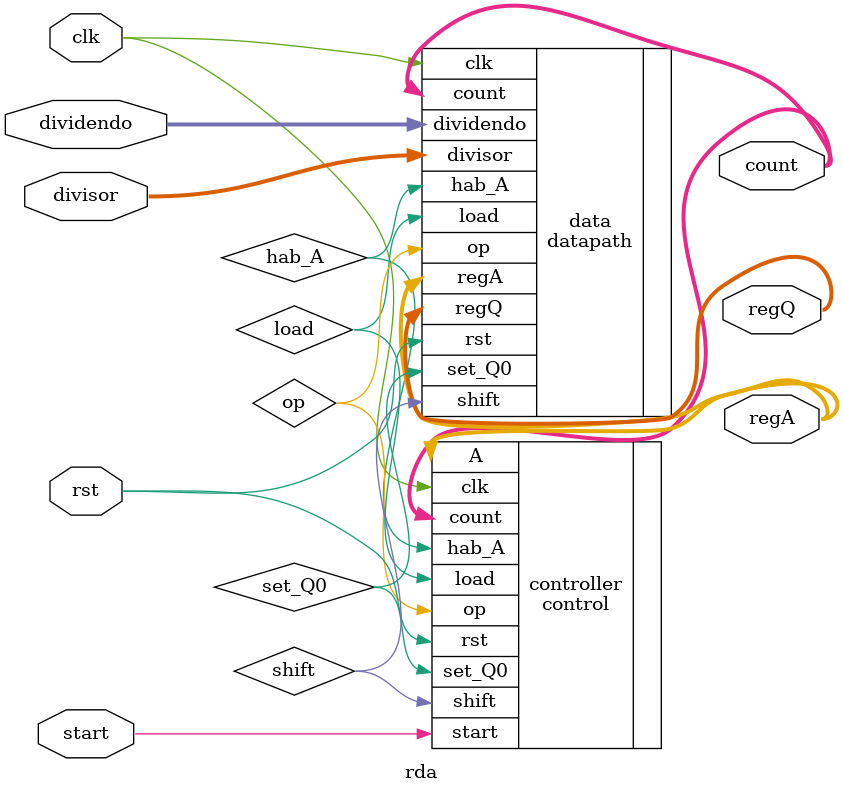
<source format=v>
module rda (
    input clk, rst, start,
    input [3:0] dividendo, divisor,
    output [3:0] regQ,
    output [4:0] regA,
    output [2:0] count
);

    wire load, shift, hab_A, set_Q0, op;

    datapath data (
        .load(load),
        .shift(shift),
        .hab_A(hab_A),
        .set_Q0(set_Q0),
        .dividendo(dividendo),
        .divisor(divisor),
        .regQ(regQ),
        .count(count),
        .op(op),
        .clk(clk),
        .rst(rst),
        .regA(regA)
    );

    control controller (
        .clk(clk),
        .rst(rst),
        .start(start),
        .A(regA),
        .count(count),
        .load(load),
        .shift(shift),
        .hab_A(hab_A),
        .set_Q0(set_Q0),
        .op(op)
    );
    
endmodule
</source>
